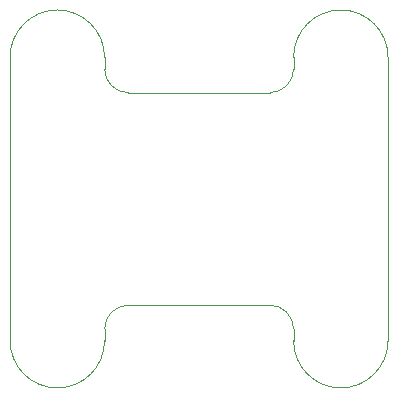
<source format=gbr>
%TF.GenerationSoftware,KiCad,Pcbnew,7.0.2-0*%
%TF.CreationDate,2023-05-15T10:38:27-07:00*%
%TF.ProjectId,RagGuard_V2,52616747-7561-4726-945f-56322e6b6963,rev?*%
%TF.SameCoordinates,Original*%
%TF.FileFunction,Profile,NP*%
%FSLAX46Y46*%
G04 Gerber Fmt 4.6, Leading zero omitted, Abs format (unit mm)*
G04 Created by KiCad (PCBNEW 7.0.2-0) date 2023-05-15 10:38:27*
%MOMM*%
%LPD*%
G01*
G04 APERTURE LIST*
%TA.AperFunction,Profile*%
%ADD10C,0.100000*%
%TD*%
G04 APERTURE END LIST*
D10*
X192000000Y-105000000D02*
X204000000Y-105000000D01*
X214000000Y-102000000D02*
X214000000Y-126000000D01*
X182000000Y-126000000D02*
X182000000Y-102000000D01*
X190000000Y-102000000D02*
G75*
G03*
X186000000Y-98000000I-4000000J0D01*
G01*
X206000000Y-125000000D02*
G75*
G03*
X204000000Y-123000000I-2000000J0D01*
G01*
X182000000Y-126000000D02*
G75*
G03*
X186000000Y-130000000I4000000J0D01*
G01*
X192000000Y-123000000D02*
G75*
G03*
X190000000Y-125000000I0J-2000000D01*
G01*
X190000000Y-126000000D02*
X190000000Y-125000000D01*
X210000000Y-130000000D02*
G75*
G03*
X214000000Y-126000000I0J4000000D01*
G01*
X204000000Y-105000000D02*
G75*
G03*
X206000000Y-103000000I0J2000000D01*
G01*
X190000000Y-103000000D02*
G75*
G03*
X192000000Y-105000000I2000000J0D01*
G01*
X206000000Y-102000000D02*
X206000000Y-103000000D01*
X186000000Y-130000000D02*
G75*
G03*
X190000000Y-126000000I0J4000000D01*
G01*
X206000000Y-126000000D02*
G75*
G03*
X210000000Y-130000000I4000000J0D01*
G01*
X190000000Y-102000000D02*
X190000000Y-103000000D01*
X210000000Y-98000000D02*
G75*
G03*
X206000000Y-102000000I0J-4000000D01*
G01*
X206000000Y-126000000D02*
X206000000Y-125000000D01*
X204000000Y-123000000D02*
X192000000Y-123000000D01*
X214000000Y-102000000D02*
G75*
G03*
X210000000Y-98000000I-4000000J0D01*
G01*
X186000000Y-98000000D02*
G75*
G03*
X182000000Y-102000000I0J-4000000D01*
G01*
M02*

</source>
